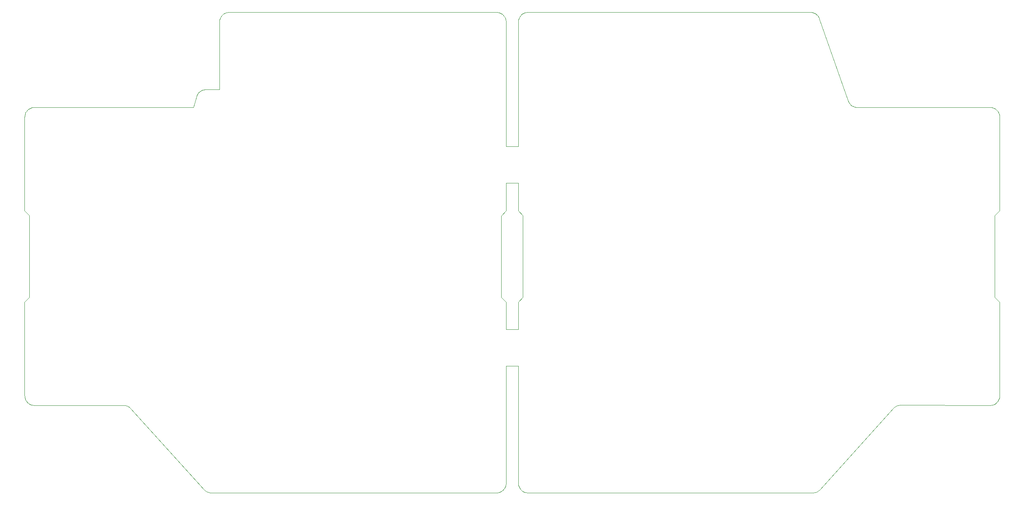
<source format=gbr>
G04 #@! TF.GenerationSoftware,KiCad,Pcbnew,(5.1.6-0-10_14)*
G04 #@! TF.CreationDate,2020-10-19T10:54:39+09:00*
G04 #@! TF.ProjectId,reviung34-split-L,72657669-756e-4673-9334-2d73706c6974,2.0*
G04 #@! TF.SameCoordinates,Original*
G04 #@! TF.FileFunction,Profile,NP*
%FSLAX46Y46*%
G04 Gerber Fmt 4.6, Leading zero omitted, Abs format (unit mm)*
G04 Created by KiCad (PCBNEW (5.1.6-0-10_14)) date 2020-10-19 10:54:39*
%MOMM*%
%LPD*%
G01*
G04 APERTURE LIST*
G04 #@! TA.AperFunction,Profile*
%ADD10C,0.100000*%
G04 #@! TD*
G04 APERTURE END LIST*
D10*
X153408765Y-92433689D02*
X153408765Y-109415684D01*
X152449844Y-91386229D02*
X153408765Y-92433689D01*
X152449844Y-85629970D02*
X152449844Y-91386229D01*
X149910507Y-85629970D02*
X152449844Y-85629970D01*
X149910486Y-91399665D02*
X149910507Y-85629970D01*
X148951565Y-92447103D02*
X149910486Y-91399665D01*
X148951565Y-109429120D02*
X148951565Y-92447103D01*
X149910486Y-110454122D02*
X148951565Y-109429120D01*
X149910507Y-116109979D02*
X149910486Y-110454122D01*
X152449822Y-116109979D02*
X149910507Y-116109979D01*
X152449844Y-110440686D02*
X152449822Y-116109979D01*
X153408765Y-109415684D02*
X152449844Y-110440686D01*
X252550022Y-129907347D02*
X252549935Y-110399453D01*
X250546182Y-131907356D02*
X250649244Y-131904944D01*
X250649244Y-131904944D02*
X250750960Y-131897396D01*
X250750960Y-131897396D02*
X250851204Y-131884837D01*
X250851204Y-131884837D02*
X250949848Y-131867393D01*
X250949848Y-131867393D02*
X251141833Y-131818356D01*
X251141833Y-131818356D02*
X251325906Y-131751291D01*
X251325906Y-131751291D02*
X251501057Y-131667208D01*
X251501057Y-131667208D02*
X251666276Y-131567113D01*
X251666276Y-131567113D02*
X251820554Y-131452016D01*
X251820554Y-131452016D02*
X251962880Y-131322925D01*
X251962880Y-131322925D02*
X252092243Y-131180846D01*
X252092243Y-131180846D02*
X252207636Y-131026789D01*
X252207636Y-131026789D02*
X252308046Y-130861761D01*
X252308046Y-130861761D02*
X252392464Y-130686771D01*
X252392464Y-130686771D02*
X252459881Y-130502827D01*
X252459881Y-130502827D02*
X252509286Y-130310936D01*
X252509286Y-130310936D02*
X252526919Y-130212325D01*
X252526919Y-130212325D02*
X252539670Y-130112106D01*
X252539670Y-130112106D02*
X252547413Y-130010405D01*
X252547413Y-130010405D02*
X252550022Y-129907347D01*
X231944798Y-131871678D02*
X250546182Y-131907356D01*
X230456667Y-132531177D02*
X230529789Y-132454401D01*
X230529789Y-132454401D02*
X230606482Y-132381958D01*
X230606482Y-132381958D02*
X230686551Y-132313936D01*
X230686551Y-132313936D02*
X230769796Y-132250422D01*
X230769796Y-132250422D02*
X230856022Y-132191503D01*
X230856022Y-132191503D02*
X230945030Y-132137267D01*
X230945030Y-132137267D02*
X231036624Y-132087801D01*
X231036624Y-132087801D02*
X231130607Y-132043193D01*
X231130607Y-132043193D02*
X231226781Y-132003529D01*
X231226781Y-132003529D02*
X231324950Y-131968897D01*
X231324950Y-131968897D02*
X231424915Y-131939385D01*
X231424915Y-131939385D02*
X231526480Y-131915080D01*
X231526480Y-131915080D02*
X231629449Y-131896070D01*
X231629449Y-131896070D02*
X231733622Y-131882441D01*
X231733622Y-131882441D02*
X231838804Y-131874281D01*
X231838804Y-131874281D02*
X231944798Y-131871678D01*
X215200904Y-149448761D02*
X230456667Y-132531177D01*
X213715624Y-150109380D02*
X213821459Y-150106581D01*
X213821459Y-150106581D02*
X213926477Y-150098243D01*
X213926477Y-150098243D02*
X214030480Y-150084453D01*
X214030480Y-150084453D02*
X214133272Y-150065298D01*
X214133272Y-150065298D02*
X214234657Y-150040865D01*
X214234657Y-150040865D02*
X214334439Y-150011243D01*
X214334439Y-150011243D02*
X214432421Y-149976518D01*
X214432421Y-149976518D02*
X214528408Y-149936777D01*
X214528408Y-149936777D02*
X214622202Y-149892107D01*
X214622202Y-149892107D02*
X214713608Y-149842597D01*
X214713608Y-149842597D02*
X214802430Y-149788333D01*
X214802430Y-149788333D02*
X214888471Y-149729402D01*
X214888471Y-149729402D02*
X214971535Y-149665892D01*
X214971535Y-149665892D02*
X215051426Y-149597891D01*
X215051426Y-149597891D02*
X215127948Y-149525484D01*
X215127948Y-149525484D02*
X215200904Y-149448761D01*
X154450656Y-150109389D02*
X213715624Y-150109380D01*
X152449758Y-148109382D02*
X152452361Y-148212334D01*
X152452361Y-148212334D02*
X152460089Y-148313934D01*
X152460089Y-148313934D02*
X152472815Y-148414055D01*
X152472815Y-148414055D02*
X152490414Y-148512573D01*
X152490414Y-148512573D02*
X152539725Y-148704295D01*
X152539725Y-148704295D02*
X152607017Y-148888092D01*
X152607017Y-148888092D02*
X152691282Y-149062958D01*
X152691282Y-149062958D02*
X152791516Y-149227889D01*
X152791516Y-149227889D02*
X152906710Y-149381877D01*
X152906710Y-149381877D02*
X153035859Y-149523917D01*
X153035859Y-149523917D02*
X153177957Y-149653003D01*
X153177957Y-149653003D02*
X153331996Y-149768128D01*
X153331996Y-149768128D02*
X153496971Y-149868288D01*
X153496971Y-149868288D02*
X153671875Y-149952476D01*
X153671875Y-149952476D02*
X153855702Y-150019686D01*
X153855702Y-150019686D02*
X154047446Y-150068912D01*
X154047446Y-150068912D02*
X154145971Y-150086467D01*
X154145971Y-150086467D02*
X154246099Y-150099148D01*
X154246099Y-150099148D02*
X154347702Y-150106831D01*
X154347702Y-150106831D02*
X154450656Y-150109389D01*
X152449822Y-123729970D02*
X152449758Y-148109382D01*
X149910507Y-123729970D02*
X152449822Y-123729970D01*
X149910572Y-148121935D02*
X149910507Y-123729970D01*
X71888655Y-132570365D02*
X87151396Y-149462788D01*
X70404636Y-131911167D02*
X70510349Y-131913959D01*
X70510349Y-131913959D02*
X70615247Y-131922277D01*
X70615247Y-131922277D02*
X70719134Y-131936036D01*
X70719134Y-131936036D02*
X70821814Y-131955147D01*
X70821814Y-131955147D02*
X70923092Y-131979524D01*
X70923092Y-131979524D02*
X71022771Y-132009079D01*
X71022771Y-132009079D02*
X71120658Y-132043727D01*
X71120658Y-132043727D02*
X71216555Y-132083380D01*
X71216555Y-132083380D02*
X71310268Y-132127952D01*
X71310268Y-132127952D02*
X71401600Y-132177354D01*
X71401600Y-132177354D02*
X71490356Y-132231502D01*
X71490356Y-132231502D02*
X71576341Y-132290306D01*
X71576341Y-132290306D02*
X71659359Y-132353682D01*
X71659359Y-132353682D02*
X71739214Y-132421542D01*
X71739214Y-132421542D02*
X71815711Y-132493798D01*
X71815711Y-132493798D02*
X71888655Y-132570365D01*
X51814751Y-131911167D02*
X70404636Y-131911167D01*
X49814743Y-129911152D02*
X49817345Y-130014072D01*
X49817345Y-130014072D02*
X49825068Y-130115641D01*
X49825068Y-130115641D02*
X49837786Y-130215734D01*
X49837786Y-130215734D02*
X49855374Y-130314224D01*
X49855374Y-130314224D02*
X49904657Y-130505894D01*
X49904657Y-130505894D02*
X49971911Y-130689647D01*
X49971911Y-130689647D02*
X50056130Y-130864477D01*
X50056130Y-130864477D02*
X50156310Y-131029378D01*
X50156310Y-131029378D02*
X50271444Y-131183346D01*
X50271444Y-131183346D02*
X50400529Y-131325375D01*
X50400529Y-131325375D02*
X50542557Y-131454460D01*
X50542557Y-131454460D02*
X50696525Y-131569595D01*
X50696525Y-131569595D02*
X50861426Y-131669775D01*
X50861426Y-131669775D02*
X51036255Y-131753995D01*
X51036255Y-131753995D02*
X51220008Y-131821250D01*
X51220008Y-131821250D02*
X51411678Y-131870533D01*
X51411678Y-131870533D02*
X51510168Y-131888122D01*
X51510168Y-131888122D02*
X51610261Y-131900841D01*
X51610261Y-131900841D02*
X51711830Y-131908564D01*
X51711830Y-131908564D02*
X51814751Y-131911167D01*
X49814830Y-110399453D02*
X49814743Y-129911152D01*
X50773750Y-109374451D02*
X49814830Y-110399453D01*
X50773750Y-92392456D02*
X50773750Y-109374451D01*
X49814830Y-91344996D02*
X50773750Y-92392456D01*
X49814830Y-71869979D02*
X49814830Y-91344996D01*
X51814837Y-69869972D02*
X51711916Y-69872574D01*
X51711916Y-69872574D02*
X51610347Y-69880297D01*
X51610347Y-69880297D02*
X51510255Y-69893016D01*
X51510255Y-69893016D02*
X51411765Y-69910605D01*
X51411765Y-69910605D02*
X51220095Y-69959888D01*
X51220095Y-69959888D02*
X51036343Y-70027142D01*
X51036343Y-70027142D02*
X50861514Y-70111361D01*
X50861514Y-70111361D02*
X50696613Y-70211541D01*
X50696613Y-70211541D02*
X50542646Y-70326676D01*
X50542646Y-70326676D02*
X50400618Y-70455760D01*
X50400618Y-70455760D02*
X50271534Y-70597788D01*
X50271534Y-70597788D02*
X50156399Y-70751755D01*
X50156399Y-70751755D02*
X50056219Y-70916656D01*
X50056219Y-70916656D02*
X49972000Y-71091485D01*
X49972000Y-71091485D02*
X49904746Y-71275237D01*
X49904746Y-71275237D02*
X49855463Y-71466907D01*
X49855463Y-71466907D02*
X49837874Y-71565397D01*
X49837874Y-71565397D02*
X49825155Y-71665489D01*
X49825155Y-71665489D02*
X49817432Y-71767058D01*
X49817432Y-71767058D02*
X49814830Y-71869979D01*
X84914776Y-69869972D02*
X51814837Y-69869972D01*
X85557631Y-67617310D02*
X84914776Y-69869972D01*
X87480880Y-66166128D02*
X87314777Y-66172989D01*
X87314777Y-66172989D02*
X87151845Y-66193254D01*
X87151845Y-66193254D02*
X86992715Y-66226447D01*
X86992715Y-66226447D02*
X86838019Y-66272090D01*
X86838019Y-66272090D02*
X86688390Y-66329706D01*
X86688390Y-66329706D02*
X86544458Y-66398819D01*
X86544458Y-66398819D02*
X86406858Y-66478951D01*
X86406858Y-66478951D02*
X86276220Y-66569625D01*
X86276220Y-66569625D02*
X86153177Y-66670365D01*
X86153177Y-66670365D02*
X86038361Y-66780693D01*
X86038361Y-66780693D02*
X85932404Y-66900133D01*
X85932404Y-66900133D02*
X85835938Y-67028207D01*
X85835938Y-67028207D02*
X85749596Y-67164439D01*
X85749596Y-67164439D02*
X85674009Y-67308351D01*
X85674009Y-67308351D02*
X85609810Y-67459467D01*
X85609810Y-67459467D02*
X85557631Y-67617310D01*
X90318214Y-66166128D02*
X87480880Y-66166128D01*
X90326073Y-52067941D02*
X90318214Y-66166128D01*
X92326059Y-50069070D02*
X92223180Y-50071670D01*
X92223180Y-50071670D02*
X92121650Y-50079387D01*
X92121650Y-50079387D02*
X92021596Y-50092097D01*
X92021596Y-50092097D02*
X91923142Y-50109672D01*
X91923142Y-50109672D02*
X91731538Y-50158919D01*
X91731538Y-50158919D02*
X91547844Y-50226125D01*
X91547844Y-50226125D02*
X91373064Y-50310286D01*
X91373064Y-50310286D02*
X91208201Y-50410398D01*
X91208201Y-50410398D02*
X91054262Y-50525456D01*
X91054262Y-50525456D02*
X90912249Y-50654458D01*
X90912249Y-50654458D02*
X90783169Y-50796398D01*
X90783169Y-50796398D02*
X90668024Y-50950274D01*
X90668024Y-50950274D02*
X90567821Y-51115080D01*
X90567821Y-51115080D02*
X90483562Y-51289814D01*
X90483562Y-51289814D02*
X90416254Y-51473471D01*
X90416254Y-51473471D02*
X90366900Y-51665047D01*
X90366900Y-51665047D02*
X90349270Y-51763491D01*
X90349270Y-51763491D02*
X90336505Y-51863538D01*
X90336505Y-51863538D02*
X90328730Y-51965063D01*
X90328730Y-51965063D02*
X90326073Y-52067941D01*
X147910570Y-50069070D02*
X92326059Y-50069070D01*
X149910572Y-52069077D02*
X149907969Y-51966156D01*
X149907969Y-51966156D02*
X149900246Y-51864587D01*
X149900246Y-51864587D02*
X149887527Y-51764495D01*
X149887527Y-51764495D02*
X149869939Y-51666005D01*
X149869939Y-51666005D02*
X149820656Y-51474336D01*
X149820656Y-51474336D02*
X149753402Y-51290584D01*
X149753402Y-51290584D02*
X149669183Y-51115755D01*
X149669183Y-51115755D02*
X149569004Y-50950854D01*
X149569004Y-50950854D02*
X149453870Y-50796886D01*
X149453870Y-50796886D02*
X149324786Y-50654858D01*
X149324786Y-50654858D02*
X149182758Y-50525774D01*
X149182758Y-50525774D02*
X149028791Y-50410639D01*
X149028791Y-50410639D02*
X148863890Y-50310460D01*
X148863890Y-50310460D02*
X148689061Y-50226240D01*
X148689061Y-50226240D02*
X148505310Y-50158986D01*
X148505310Y-50158986D02*
X148313640Y-50109703D01*
X148313640Y-50109703D02*
X148215150Y-50092114D01*
X148215150Y-50092114D02*
X148115058Y-50079395D01*
X148115058Y-50079395D02*
X148013489Y-50071672D01*
X148013489Y-50071672D02*
X147910570Y-50069070D01*
X149910507Y-78009979D02*
X149910572Y-52069077D01*
X152449844Y-78009979D02*
X149910507Y-78009979D01*
X152449844Y-52069078D02*
X152449844Y-78009979D01*
X154449851Y-50069070D02*
X154346930Y-50071672D01*
X154346930Y-50071672D02*
X154245361Y-50079395D01*
X154245361Y-50079395D02*
X154145269Y-50092114D01*
X154145269Y-50092114D02*
X154046779Y-50109703D01*
X154046779Y-50109703D02*
X153855109Y-50158986D01*
X153855109Y-50158986D02*
X153671357Y-50226240D01*
X153671357Y-50226240D02*
X153496528Y-50310460D01*
X153496528Y-50310460D02*
X153331627Y-50410639D01*
X153331627Y-50410639D02*
X153177660Y-50525774D01*
X153177660Y-50525774D02*
X153035632Y-50654858D01*
X153035632Y-50654858D02*
X152906548Y-50796887D01*
X152906548Y-50796887D02*
X152791413Y-50950854D01*
X152791413Y-50950854D02*
X152691233Y-51115755D01*
X152691233Y-51115755D02*
X152607014Y-51290584D01*
X152607014Y-51290584D02*
X152539760Y-51474336D01*
X152539760Y-51474336D02*
X152490477Y-51666006D01*
X152490477Y-51666006D02*
X152472888Y-51764496D01*
X152472888Y-51764496D02*
X152460169Y-51864588D01*
X152460169Y-51864588D02*
X152452446Y-51966157D01*
X152452446Y-51966157D02*
X152449844Y-52069078D01*
X213186296Y-50069048D02*
X154449851Y-50069070D01*
X215073971Y-51408243D02*
X215015837Y-51261016D01*
X215015837Y-51261016D02*
X214947103Y-51120400D01*
X214947103Y-51120400D02*
X214868329Y-50986793D01*
X214868329Y-50986793D02*
X214780078Y-50860593D01*
X214780078Y-50860593D02*
X214682911Y-50742200D01*
X214682911Y-50742200D02*
X214577390Y-50632011D01*
X214577390Y-50632011D02*
X214464076Y-50530424D01*
X214464076Y-50530424D02*
X214343532Y-50437840D01*
X214343532Y-50437840D02*
X214216320Y-50354656D01*
X214216320Y-50354656D02*
X214083000Y-50281270D01*
X214083000Y-50281270D02*
X213944135Y-50218081D01*
X213944135Y-50218081D02*
X213800287Y-50165489D01*
X213800287Y-50165489D02*
X213652017Y-50123891D01*
X213652017Y-50123891D02*
X213499887Y-50093685D01*
X213499887Y-50093685D02*
X213344460Y-50075271D01*
X213344460Y-50075271D02*
X213186296Y-50069048D01*
X252549935Y-110399453D02*
X251532168Y-109374451D01*
X221067835Y-68530798D02*
X215073971Y-51408243D01*
X222955505Y-69869993D02*
X222797340Y-69863765D01*
X222797340Y-69863765D02*
X222641912Y-69845348D01*
X222641912Y-69845348D02*
X222489783Y-69815141D01*
X222489783Y-69815141D02*
X222341513Y-69773541D01*
X222341513Y-69773541D02*
X222197666Y-69720948D01*
X222197666Y-69720948D02*
X222058803Y-69657759D01*
X222058803Y-69657759D02*
X221925484Y-69584373D01*
X221925484Y-69584373D02*
X221798273Y-69501190D01*
X221798273Y-69501190D02*
X221677730Y-69408606D01*
X221677730Y-69408606D02*
X221564418Y-69307021D01*
X221564418Y-69307021D02*
X221458897Y-69196833D01*
X221458897Y-69196833D02*
X221361731Y-69078441D01*
X221361731Y-69078441D02*
X221273479Y-68952242D01*
X221273479Y-68952242D02*
X221194705Y-68818637D01*
X221194705Y-68818637D02*
X221125970Y-68678022D01*
X221125970Y-68678022D02*
X221067835Y-68530798D01*
X250549993Y-69869993D02*
X222955505Y-69869993D01*
X147908821Y-150121942D02*
X148011805Y-150119426D01*
X148011805Y-150119426D02*
X148113441Y-150111783D01*
X148113441Y-150111783D02*
X148213601Y-150099137D01*
X148213601Y-150099137D02*
X148312161Y-150081615D01*
X148312161Y-150081615D02*
X148503974Y-150032445D01*
X148503974Y-150032445D02*
X148687872Y-149965278D01*
X148687872Y-149965278D02*
X148862847Y-149881122D01*
X148862847Y-149881122D02*
X149027893Y-149780982D01*
X149027893Y-149780982D02*
X149182001Y-149665866D01*
X149182001Y-149665866D02*
X149324165Y-149536779D01*
X149324165Y-149536779D02*
X149453377Y-149394728D01*
X149453377Y-149394728D02*
X149568629Y-149240720D01*
X149568629Y-149240720D02*
X149668913Y-149075762D01*
X149668913Y-149075762D02*
X149753224Y-148900859D01*
X149753224Y-148900859D02*
X149820552Y-148717018D01*
X149820552Y-148717018D02*
X149869891Y-148525246D01*
X149869891Y-148525246D02*
X149887500Y-148426701D01*
X149887500Y-148426701D02*
X149900234Y-148326550D01*
X149900234Y-148326550D02*
X149907966Y-148224919D01*
X149907966Y-148224919D02*
X149910572Y-148121935D01*
X88635367Y-150121964D02*
X147908821Y-150121942D01*
X87151396Y-149462788D02*
X87224336Y-149539351D01*
X87224336Y-149539351D02*
X87300830Y-149611606D01*
X87300830Y-149611606D02*
X87380683Y-149679463D01*
X87380683Y-149679463D02*
X87463698Y-149742836D01*
X87463698Y-149742836D02*
X87549680Y-149801639D01*
X87549680Y-149801639D02*
X87638434Y-149855785D01*
X87638434Y-149855785D02*
X87729763Y-149905186D01*
X87729763Y-149905186D02*
X87823473Y-149949756D01*
X87823473Y-149949756D02*
X87919367Y-149989407D01*
X87919367Y-149989407D02*
X88017251Y-150024054D01*
X88017251Y-150024054D02*
X88116927Y-150053609D01*
X88116927Y-150053609D02*
X88218202Y-150077985D01*
X88218202Y-150077985D02*
X88320879Y-150097095D01*
X88320879Y-150097095D02*
X88424762Y-150110853D01*
X88424762Y-150110853D02*
X88529657Y-150119171D01*
X88529657Y-150119171D02*
X88635367Y-150121964D01*
X251532168Y-109374451D02*
X251532168Y-92392456D01*
X252550000Y-91344996D02*
X252550000Y-71870000D01*
X251532168Y-92392456D02*
X252550000Y-91344996D01*
X252550000Y-71870000D02*
X252547397Y-71767079D01*
X252547397Y-71767079D02*
X252539674Y-71665510D01*
X252539674Y-71665510D02*
X252526955Y-71565418D01*
X252526955Y-71565418D02*
X252509366Y-71466928D01*
X252509366Y-71466928D02*
X252460083Y-71275259D01*
X252460083Y-71275259D02*
X252392829Y-71091507D01*
X252392829Y-71091507D02*
X252308609Y-70916678D01*
X252308609Y-70916678D02*
X252208430Y-70751777D01*
X252208430Y-70751777D02*
X252093295Y-70597809D01*
X252093295Y-70597809D02*
X251964211Y-70455781D01*
X251964211Y-70455781D02*
X251822183Y-70326697D01*
X251822183Y-70326697D02*
X251668215Y-70211562D01*
X251668215Y-70211562D02*
X251503314Y-70111383D01*
X251503314Y-70111383D02*
X251328485Y-70027163D01*
X251328485Y-70027163D02*
X251144733Y-69959909D01*
X251144733Y-69959909D02*
X250953064Y-69910626D01*
X250953064Y-69910626D02*
X250854574Y-69893037D01*
X250854574Y-69893037D02*
X250754482Y-69880318D01*
X250754482Y-69880318D02*
X250652913Y-69872595D01*
X250652913Y-69872595D02*
X250549993Y-69869993D01*
M02*

</source>
